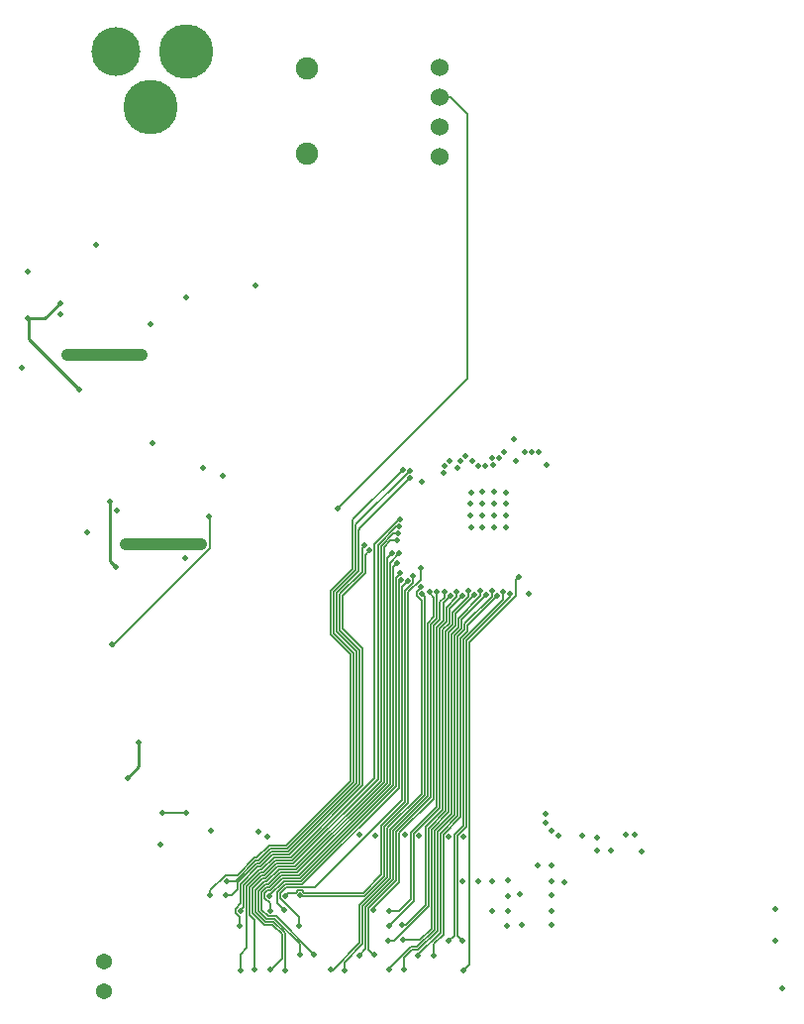
<source format=gbr>
G04 EAGLE Gerber RS-274X export*
G75*
%MOMM*%
%FSLAX34Y34*%
%LPD*%
%INCopper Layer 2*%
%IPPOS*%
%AMOC8*
5,1,8,0,0,1.08239X$1,22.5*%
G01*
%ADD10C,1.524000*%
%ADD11C,1.371600*%
%ADD12C,4.656100*%
%ADD13C,4.178300*%
%ADD14C,1.905000*%
%ADD15C,0.503200*%
%ADD16C,0.254000*%
%ADD17C,0.152400*%
%ADD18C,0.675000*%
%ADD19C,1.016000*%
%ADD20C,0.406400*%


D10*
X367400Y740500D03*
X367400Y765900D03*
X367400Y791300D03*
X367400Y816700D03*
D11*
X80000Y27300D03*
X80000Y52700D03*
D12*
X150000Y830000D03*
D13*
X90000Y830000D03*
D12*
X120000Y783000D03*
D14*
X253500Y815500D03*
X253900Y743200D03*
D15*
X121300Y495900D03*
X164900Y474900D03*
X181200Y467700D03*
X149100Y397800D03*
X73600Y664800D03*
X209950Y630050D03*
X149950Y619950D03*
X128300Y152800D03*
X171300Y165100D03*
X211900Y164100D03*
X458100Y477500D03*
X432500Y480300D03*
X351600Y462500D03*
X443200Y367300D03*
X393700Y453800D03*
X403800Y453900D03*
X413800Y453900D03*
X424000Y453700D03*
X393600Y443700D03*
X403600Y443700D03*
X413600Y443800D03*
X423600Y443700D03*
X393500Y433800D03*
X403600Y433700D03*
X413800Y433700D03*
X423600Y433600D03*
X393700Y423700D03*
X403700Y423700D03*
X413600Y423600D03*
X423600Y423600D03*
X15000Y642600D03*
X110000Y240000D03*
D16*
X110000Y220000D01*
X100000Y210000D01*
D15*
X100000Y210000D03*
X660000Y30000D03*
X434693Y381606D03*
D17*
X431793Y378706D01*
X431793Y365393D01*
X392400Y326000D01*
X387200Y45300D02*
X387100Y45300D01*
D15*
X387100Y45300D03*
D17*
X392400Y50500D02*
X392400Y326000D01*
X392400Y50500D02*
X387200Y45300D01*
D15*
X406613Y365887D03*
D17*
X385613Y344887D01*
X385613Y337474D01*
X379700Y331561D01*
X379700Y178284D02*
X364920Y163504D01*
X364920Y79020D01*
X348800Y62900D02*
X343200Y62900D01*
X336600Y56300D01*
X336600Y46000D01*
X336400Y46000D01*
D15*
X336400Y46000D03*
D17*
X379700Y178284D02*
X379700Y331561D01*
X364920Y79020D02*
X348800Y62900D01*
D15*
X401863Y369690D03*
D17*
X401863Y364990D01*
X383063Y346190D01*
X383063Y338616D01*
X377160Y332713D01*
X377160Y179336D02*
X362380Y164556D01*
X362380Y80072D01*
X347748Y65440D02*
X342148Y65440D01*
X323700Y46992D02*
X323700Y45800D01*
D15*
X323700Y45800D03*
D17*
X377160Y179336D02*
X377160Y332713D01*
X362380Y80072D02*
X347748Y65440D01*
X342148Y65440D02*
X323700Y46992D01*
D15*
X352200Y366818D03*
D17*
X354300Y364718D01*
X324920Y165896D02*
X324920Y124077D01*
X301326Y100483D01*
X285500Y52100D02*
X285500Y45600D01*
D15*
X285500Y45600D03*
D17*
X354300Y195276D02*
X354300Y364718D01*
X354300Y195276D02*
X324920Y165896D01*
X301326Y100483D02*
X301326Y67926D01*
X285500Y52100D01*
D15*
X350734Y372866D03*
D17*
X350734Y371112D01*
X350421Y371112D01*
X347906Y368596D01*
X347906Y365039D01*
X351760Y361185D01*
X322380Y166949D02*
X322380Y125129D01*
X298786Y101535D01*
X298786Y68978D01*
X275508Y45700D02*
X273600Y45700D01*
X273500Y45800D01*
X273500Y45900D01*
D15*
X273500Y45900D03*
D17*
X351760Y196329D02*
X351760Y361185D01*
X351760Y196329D02*
X322380Y166949D01*
X298786Y68978D02*
X275508Y45700D01*
D15*
X330264Y412436D03*
D17*
X325064Y412436D01*
X319220Y406593D01*
X319220Y206353D01*
X244341Y131474D02*
X229521Y131474D01*
X219161Y121114D02*
X216865Y121114D01*
X219161Y121114D02*
X229521Y131474D01*
X216865Y121114D02*
X209886Y114135D01*
X209886Y95230D02*
X218096Y87020D01*
X224896Y87020D01*
D15*
X234600Y45600D03*
D17*
X244341Y131474D02*
X319220Y206353D01*
X209886Y114135D02*
X209886Y95230D01*
X224896Y87020D02*
X234600Y77316D01*
X234600Y45600D01*
D15*
X331312Y418484D03*
D17*
X331258Y418430D01*
X327385Y418430D01*
X316680Y407725D01*
X316680Y207405D01*
X218109Y123654D02*
X215813Y123654D01*
X223844Y84480D02*
X232060Y76264D01*
X218109Y123654D02*
X228469Y134014D01*
X215813Y123654D02*
X207346Y115187D01*
X207346Y94178D01*
X217044Y84480D01*
X223844Y84480D01*
X232060Y55460D02*
X222300Y45700D01*
X222150Y45850D01*
D15*
X222150Y45850D03*
D17*
X243289Y134014D02*
X316680Y207405D01*
X243289Y134014D02*
X228469Y134014D01*
X232060Y76264D02*
X232060Y55460D01*
D15*
X416290Y365564D03*
D17*
X390790Y340064D01*
X390790Y335266D01*
X384780Y329256D01*
X370000Y76200D02*
X361900Y68100D01*
X361900Y57900D01*
D15*
X361900Y57900D03*
D17*
X384780Y176180D02*
X384780Y329256D01*
X384780Y176180D02*
X370000Y161400D01*
X370000Y76200D01*
D15*
X411613Y369440D03*
D17*
X411613Y364740D01*
X388213Y341340D01*
X388213Y336281D01*
X382240Y330309D01*
X382240Y177232D02*
X367460Y162452D01*
X367460Y77660D01*
D15*
X348800Y58400D03*
D17*
X382240Y177232D02*
X382240Y330309D01*
X348800Y59000D02*
X348800Y58400D01*
X348800Y59000D02*
X367460Y77660D01*
D15*
X364848Y368406D03*
D17*
X364848Y346306D01*
X359380Y340838D01*
X359380Y193172D02*
X330000Y163792D01*
X330000Y121973D01*
X306406Y98379D02*
X306406Y63421D01*
X310700Y59127D01*
X310700Y58700D01*
X310900Y58700D01*
D15*
X310900Y58700D03*
D17*
X359380Y193172D02*
X359380Y340838D01*
X330000Y121973D02*
X306406Y98379D01*
D15*
X358800Y368500D03*
D17*
X358800Y367600D01*
X362300Y364100D01*
X362300Y347500D01*
X356840Y342040D01*
X327460Y164844D02*
X327460Y123025D01*
X303866Y99431D01*
X303866Y63766D01*
D15*
X298200Y58100D03*
D17*
X356840Y194224D02*
X356840Y342040D01*
X356840Y194224D02*
X327460Y164844D01*
X303866Y63766D02*
X298200Y58100D01*
D15*
X332372Y401728D03*
D17*
X324300Y393657D01*
X324300Y374900D02*
X324340Y374860D01*
X246445Y126394D02*
X231626Y126394D01*
X221266Y116034D02*
X218969Y116034D01*
X221266Y116034D02*
X231626Y126394D01*
X218969Y116034D02*
X214966Y112031D01*
X227000Y92100D02*
X259900Y59200D01*
X227000Y92100D02*
X220200Y92100D01*
D15*
X259900Y59200D03*
D17*
X324300Y374900D02*
X324300Y393657D01*
X324340Y374860D02*
X324340Y204289D01*
X246445Y126394D01*
X214966Y112031D02*
X214966Y97334D01*
X220200Y92100D01*
D15*
X326324Y401753D03*
D17*
X326304Y401753D01*
X321760Y397209D01*
X321760Y373848D02*
X321800Y373808D01*
X245393Y128934D02*
X230573Y128934D01*
X220213Y118574D02*
X217917Y118574D01*
X220213Y118574D02*
X230573Y128934D01*
X217917Y118574D02*
X212426Y113083D01*
X212426Y96282D02*
X219148Y89560D01*
X225948Y89560D01*
X247400Y68108D02*
X247400Y58600D01*
D15*
X247400Y58600D03*
D17*
X321760Y373848D02*
X321760Y397209D01*
X321800Y373808D02*
X321800Y205341D01*
X245393Y128934D01*
X212426Y113083D02*
X212426Y96282D01*
X225948Y89560D02*
X247400Y68108D01*
D15*
X332360Y424532D03*
D17*
X329887Y424532D01*
X314140Y408785D01*
X314140Y208860D01*
X241834Y136554D01*
X227417Y136554D01*
X217057Y126194D02*
X214761Y126194D01*
X217057Y126194D02*
X227417Y136554D01*
X204806Y116239D02*
X204806Y93126D01*
X209000Y88932D02*
X209000Y46600D01*
D15*
X209000Y46600D03*
D17*
X204806Y116239D02*
X214761Y126194D01*
X204806Y93126D02*
X209000Y88932D01*
D15*
X333408Y430580D03*
D17*
X332335Y430580D01*
X311500Y409745D01*
X240782Y139094D02*
X226365Y139094D01*
X216005Y128734D02*
X213709Y128734D01*
X216005Y128734D02*
X226365Y139094D01*
X213709Y128734D02*
X202266Y117291D01*
X202266Y64966D02*
X196550Y59250D01*
X196550Y45250D01*
D15*
X196550Y45250D03*
D17*
X311500Y209812D02*
X311500Y409745D01*
X311500Y209812D02*
X240782Y139094D01*
X202266Y117291D02*
X202266Y64966D01*
D15*
X473600Y120400D03*
X463000Y121900D03*
X435900Y110600D03*
X425200Y109200D03*
X399700Y121700D03*
X386400Y121800D03*
X350650Y389350D03*
D17*
X350650Y378950D01*
X340100Y188261D02*
X319840Y168001D01*
X319840Y126181D01*
X302859Y109200D02*
X247600Y109200D01*
X247600Y109400D01*
D15*
X247600Y109400D03*
D17*
X340100Y368400D02*
X350650Y378950D01*
X340100Y368400D02*
X340100Y188261D01*
X319840Y126181D02*
X302859Y109200D01*
D15*
X344399Y382268D03*
D17*
X344399Y376291D01*
X337560Y369452D01*
X337560Y189313D02*
X317300Y169053D01*
X317300Y127233D01*
X237440Y111740D02*
X235000Y109300D01*
X249379Y113694D02*
X251333Y111740D01*
X249379Y113694D02*
X245821Y113694D01*
X243867Y111740D01*
X237440Y111740D01*
X235000Y109300D02*
X235050Y109250D01*
D15*
X235050Y109250D03*
D17*
X337560Y189313D02*
X337560Y369452D01*
X317300Y127233D02*
X301807Y111740D01*
X251333Y111740D01*
D15*
X341400Y472182D03*
D17*
X295460Y426242D01*
X295460Y387536D02*
X276780Y368856D01*
X276780Y333244D01*
X293440Y316584D01*
X236573Y149254D02*
X222156Y149254D01*
X211796Y138894D02*
X209500Y138894D01*
X211796Y138894D02*
X222156Y149254D01*
X192406Y121800D02*
X185000Y121800D01*
D15*
X185000Y121800D03*
D17*
X295460Y387536D02*
X295460Y426242D01*
X293440Y316584D02*
X293440Y206121D01*
X236573Y149254D01*
X209500Y138894D02*
X192406Y121800D01*
D15*
X386209Y365564D03*
D17*
X375109Y354464D01*
X375109Y341738D01*
X369540Y336169D01*
X369540Y182493D02*
X354760Y167713D01*
X354760Y101052D01*
X338008Y84300D02*
X334600Y84300D01*
D15*
X334600Y84300D03*
D17*
X369540Y182493D02*
X369540Y336169D01*
X354760Y101052D02*
X338008Y84300D01*
D15*
X381249Y369158D03*
D17*
X381249Y364258D01*
X372549Y355558D01*
X372549Y342970D01*
X367000Y337421D01*
X367000Y184173D02*
X344706Y161879D01*
X344706Y104906D01*
D15*
X323600Y83800D03*
D17*
X367000Y184173D02*
X367000Y337421D01*
X344706Y104906D02*
X323600Y83800D01*
D15*
X462800Y134900D03*
X451200Y135100D03*
X425300Y122200D03*
X412150Y121650D03*
X462600Y96300D03*
X462900Y109300D03*
X425300Y95800D03*
X412100Y96200D03*
X462900Y84100D03*
X437650Y84150D03*
X424700Y83300D03*
X446052Y488268D03*
X533900Y161100D03*
X439800Y488100D03*
X526600Y161000D03*
X417999Y483399D03*
X501400Y158800D03*
X411951Y483375D03*
X488900Y160500D03*
X412327Y476927D03*
X468400Y160900D03*
X406200Y476700D03*
X463100Y165100D03*
X400152Y476675D03*
X457800Y171700D03*
X394806Y480500D03*
X457500Y179200D03*
X389300Y484900D03*
X387550Y159750D03*
X384912Y480735D03*
X374500Y159800D03*
X452100Y488268D03*
X539400Y147200D03*
X430200Y498900D03*
X513800Y147600D03*
X421684Y488268D03*
X501250Y147550D03*
X382297Y474497D03*
X349000Y160100D03*
X375706Y480900D03*
X337450Y161450D03*
X371412Y476000D03*
X311750Y160650D03*
X370783Y469952D03*
X298400Y161500D03*
X220000Y160000D03*
X332806Y384748D03*
D17*
X332806Y382994D01*
X332248Y382994D01*
X329733Y380479D01*
X248549Y121314D02*
X233730Y121314D01*
X221800Y109384D02*
X221800Y109200D01*
D15*
X221800Y109200D03*
D17*
X329733Y202498D02*
X329733Y380479D01*
X329733Y202498D02*
X248549Y121314D01*
X233730Y121314D02*
X221800Y109384D01*
D15*
X330266Y393300D03*
D17*
X326900Y389934D01*
X247497Y123854D02*
X232678Y123854D01*
X222318Y113494D02*
X220021Y113494D01*
X217506Y110979D01*
X221900Y103000D02*
X221900Y96500D01*
X221900Y103000D02*
X217506Y107394D01*
D15*
X221900Y96500D03*
D17*
X326900Y203257D02*
X326900Y389934D01*
X326900Y203257D02*
X247497Y123854D01*
X232678Y123854D02*
X222318Y113494D01*
X217506Y110979D02*
X217506Y107394D01*
D15*
X341734Y466134D03*
D17*
X298234Y422634D01*
X298234Y422334D01*
X298000Y422100D02*
X298000Y386484D01*
X279320Y367804D02*
X279320Y334696D01*
X295980Y318036D01*
X237626Y146714D02*
X223209Y146714D01*
X212849Y136354D02*
X210552Y136354D01*
X212849Y136354D02*
X223209Y146714D01*
X194646Y120448D02*
X194646Y114800D01*
X189346Y109500D01*
X184000Y109500D01*
D15*
X184000Y109500D03*
D17*
X298000Y422100D02*
X298234Y422334D01*
X298000Y386484D02*
X279320Y367804D01*
X295980Y318036D02*
X295980Y205069D01*
X237626Y146714D01*
X210552Y136354D02*
X194646Y120448D01*
D15*
X335352Y473200D03*
D17*
X292920Y430768D01*
X292920Y388589D01*
X274240Y369909D02*
X274240Y332192D01*
X290900Y315532D01*
X290900Y207173D01*
X235521Y151794D02*
X221104Y151794D01*
X210744Y141434D02*
X208448Y141434D01*
X210744Y141434D02*
X221104Y151794D01*
X171000Y114200D02*
X171000Y109500D01*
D15*
X171000Y109500D03*
D17*
X274240Y369909D02*
X292920Y388589D01*
X290900Y207173D02*
X235521Y151794D01*
X208448Y141434D02*
X194014Y127000D01*
X183800Y127000D01*
X171000Y114200D01*
D15*
X376290Y365564D03*
D17*
X369990Y359264D01*
X369990Y344064D01*
X364460Y338534D01*
X364460Y300000D01*
X364460Y295500D01*
X364460Y185225D01*
X342166Y162931D01*
X332508Y96300D02*
X323600Y96300D01*
D15*
X323600Y96300D03*
D17*
X342166Y105958D02*
X342166Y162931D01*
X342166Y105958D02*
X332508Y96300D01*
D15*
X370896Y368723D03*
D17*
X370896Y363923D01*
X367396Y360423D01*
X367396Y345123D01*
X361920Y339647D01*
X332600Y162800D02*
X332600Y120900D01*
X310700Y99000D02*
X310700Y96600D01*
X310700Y99000D02*
X332600Y120900D01*
D15*
X310700Y96600D03*
D17*
X361920Y192120D02*
X361920Y339647D01*
X361920Y192120D02*
X332600Y162800D01*
D15*
X340075Y378039D03*
D17*
X335000Y372965D01*
X335000Y191000D01*
X260200Y116200D02*
X250465Y116200D01*
X250431Y116234D01*
X235834Y116234D02*
X230600Y111000D01*
X230600Y107500D01*
D15*
X246900Y83400D03*
D17*
X260200Y116200D02*
X335000Y191000D01*
X250431Y116234D02*
X235834Y116234D01*
X246900Y91200D02*
X246900Y83400D01*
X246900Y91200D02*
X230600Y107500D01*
D15*
X334027Y378700D03*
D17*
X332360Y377033D01*
X332360Y201533D01*
X249601Y118774D02*
X234782Y118774D01*
X228060Y112052D01*
X228060Y102640D02*
X234100Y96600D01*
X234300Y96600D01*
X234400Y96700D01*
D15*
X234400Y96700D03*
D17*
X249601Y118774D02*
X332360Y201533D01*
X228060Y112052D02*
X228060Y102640D01*
D15*
X307000Y404200D03*
D17*
X303200Y400400D01*
X303200Y384500D01*
X284400Y365700D01*
X284400Y337100D01*
X301360Y320140D01*
X239730Y141634D02*
X225313Y141634D01*
X214953Y131274D02*
X212656Y131274D01*
X214953Y131274D02*
X225313Y141634D01*
X212656Y131274D02*
X199726Y118344D01*
X199726Y99226D02*
X196700Y96200D01*
D15*
X196700Y96200D03*
D17*
X301360Y203264D02*
X301360Y320140D01*
X301360Y203264D02*
X239730Y141634D01*
X199726Y118344D02*
X199726Y99226D01*
D15*
X302706Y408459D03*
D17*
X300606Y406359D01*
X300606Y385498D01*
X281860Y366752D02*
X281860Y335848D01*
X238678Y144174D02*
X224261Y144174D01*
X213901Y133814D02*
X211604Y133814D01*
X213901Y133814D02*
X224261Y144174D01*
X197186Y102759D02*
X192406Y97979D01*
X192406Y94421D01*
X196086Y90741D01*
X196086Y83214D01*
X195900Y83400D01*
D15*
X195900Y83400D03*
D17*
X281860Y366752D02*
X300606Y385498D01*
X281860Y335848D02*
X298720Y318988D01*
X298720Y204216D01*
X238678Y144174D01*
X211604Y133814D02*
X197186Y119396D01*
X197186Y102759D01*
D15*
X427297Y367351D03*
D17*
X427297Y364489D01*
X389860Y327052D01*
X389860Y168133D02*
X382106Y160379D01*
X382106Y75194D01*
X386500Y70800D01*
D15*
X386500Y70800D03*
D17*
X389860Y168133D02*
X389860Y327052D01*
D15*
X421249Y369158D03*
D17*
X421249Y362033D01*
X387320Y328104D01*
X387320Y169185D02*
X379566Y161431D01*
X379566Y75366D02*
X375000Y70800D01*
X374800Y70800D01*
D15*
X374800Y70800D03*
D17*
X387320Y169185D02*
X387320Y328104D01*
X379566Y161431D02*
X379566Y75366D01*
D15*
X396822Y366178D03*
D17*
X380422Y349778D01*
X380422Y339567D01*
X374620Y333765D01*
X374620Y180389D02*
X359840Y165609D01*
X359840Y81124D01*
X350216Y71500D02*
X336100Y71500D01*
X336100Y71400D01*
D15*
X336100Y71400D03*
D17*
X374620Y180389D02*
X374620Y333765D01*
X359840Y81124D02*
X350216Y71500D01*
D15*
X391546Y369454D03*
D17*
X391546Y364654D01*
X377746Y350854D01*
X377746Y340683D01*
X372080Y335017D01*
X372080Y181441D02*
X357300Y166661D01*
X357300Y100000D02*
X328200Y70900D01*
X323100Y70900D01*
X323100Y71100D01*
D15*
X323100Y71100D03*
D17*
X372080Y181441D02*
X372080Y335017D01*
X357300Y166661D02*
X357300Y100000D01*
D15*
X654100Y71000D03*
X653650Y97650D03*
X169600Y433000D03*
D17*
X170174Y432426D01*
X170174Y405941D01*
X87317Y323083D01*
D16*
X86800Y323600D01*
D15*
X86800Y323600D03*
X42600Y605800D03*
X10000Y560000D03*
D18*
X48800Y571500D03*
D19*
X112200Y571500D01*
D20*
X112300Y571600D01*
D18*
X112300Y571600D03*
X105100Y571300D03*
X56200Y571400D03*
D17*
X376391Y791300D02*
X390898Y776793D01*
X376391Y791300D02*
X367400Y791300D01*
X390898Y776793D02*
X390898Y550898D01*
X280000Y440000D01*
D15*
X280000Y440000D03*
D18*
X106500Y409000D03*
X155800Y408900D03*
X162900Y408900D03*
X98992Y408992D03*
D19*
X162808Y408992D01*
D20*
X162900Y408900D01*
D15*
X90600Y438500D03*
X66000Y419600D03*
X150000Y180000D03*
D17*
X130000Y180000D01*
D15*
X130000Y180000D03*
X90000Y390000D03*
D16*
X84900Y395100D01*
D15*
X84900Y446000D03*
D16*
X84900Y395100D01*
D15*
X119700Y597700D03*
X42700Y615500D03*
D16*
X29500Y602300D01*
X15300Y602300D02*
X15100Y602500D01*
D15*
X15100Y602500D03*
D16*
X15300Y602300D02*
X29500Y602300D01*
D15*
X59100Y541200D03*
D16*
X15300Y585000D01*
X15300Y602300D01*
M02*

</source>
